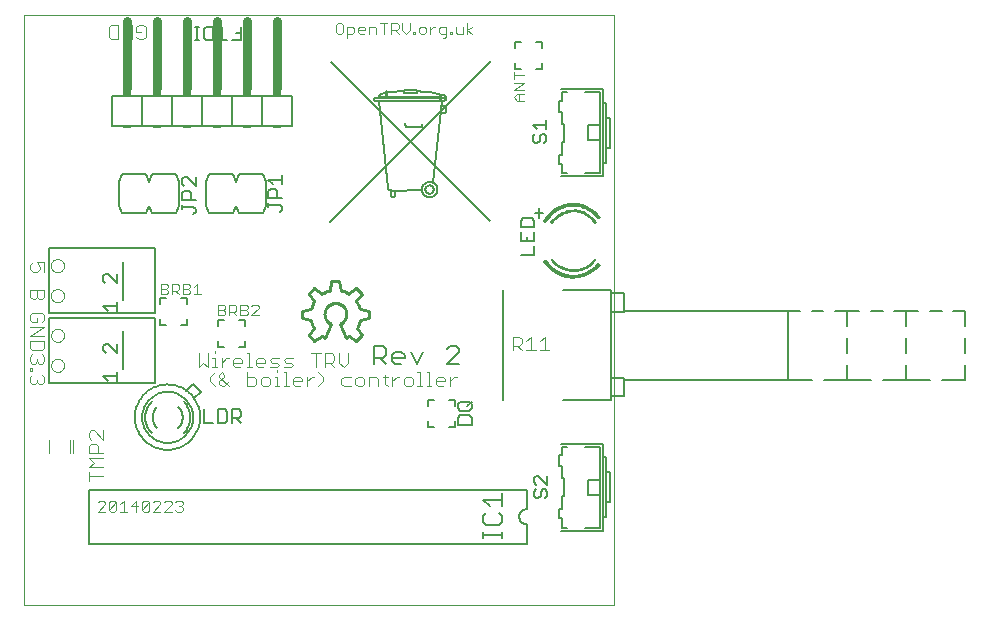
<source format=gto>
G75*
%MOIN*%
%OFA0B0*%
%FSLAX24Y24*%
%IPPOS*%
%LPD*%
%AMOC8*
5,1,8,0,0,1.08239X$1,22.5*
%
%ADD10C,0.0000*%
%ADD11C,0.0040*%
%ADD12C,0.0030*%
%ADD13C,0.0050*%
%ADD14C,0.0060*%
%ADD15C,0.0079*%
%ADD16C,0.0070*%
%ADD17C,0.0100*%
%ADD18C,0.0006*%
%ADD19C,0.0010*%
%ADD20C,0.0080*%
%ADD21C,0.0300*%
%ADD22R,0.0300X0.0200*%
%ADD23R,0.0300X0.0100*%
D10*
X000350Y000350D02*
X000350Y020035D01*
X020035Y020035D01*
X020035Y000350D01*
X000350Y000350D01*
X001267Y008344D02*
X001269Y008373D01*
X001275Y008401D01*
X001284Y008429D01*
X001297Y008455D01*
X001314Y008478D01*
X001333Y008500D01*
X001355Y008519D01*
X001380Y008534D01*
X001406Y008547D01*
X001434Y008555D01*
X001462Y008560D01*
X001491Y008561D01*
X001520Y008558D01*
X001548Y008551D01*
X001575Y008541D01*
X001601Y008527D01*
X001624Y008510D01*
X001645Y008490D01*
X001663Y008467D01*
X001678Y008442D01*
X001689Y008415D01*
X001697Y008387D01*
X001701Y008358D01*
X001701Y008330D01*
X001697Y008301D01*
X001689Y008273D01*
X001678Y008246D01*
X001663Y008221D01*
X001645Y008198D01*
X001624Y008178D01*
X001601Y008161D01*
X001575Y008147D01*
X001548Y008137D01*
X001520Y008130D01*
X001491Y008127D01*
X001462Y008128D01*
X001434Y008133D01*
X001406Y008141D01*
X001380Y008154D01*
X001355Y008169D01*
X001333Y008188D01*
X001314Y008210D01*
X001297Y008233D01*
X001284Y008259D01*
X001275Y008287D01*
X001269Y008315D01*
X001267Y008344D01*
X001267Y009344D02*
X001269Y009373D01*
X001275Y009401D01*
X001284Y009429D01*
X001297Y009455D01*
X001314Y009478D01*
X001333Y009500D01*
X001355Y009519D01*
X001380Y009534D01*
X001406Y009547D01*
X001434Y009555D01*
X001462Y009560D01*
X001491Y009561D01*
X001520Y009558D01*
X001548Y009551D01*
X001575Y009541D01*
X001601Y009527D01*
X001624Y009510D01*
X001645Y009490D01*
X001663Y009467D01*
X001678Y009442D01*
X001689Y009415D01*
X001697Y009387D01*
X001701Y009358D01*
X001701Y009330D01*
X001697Y009301D01*
X001689Y009273D01*
X001678Y009246D01*
X001663Y009221D01*
X001645Y009198D01*
X001624Y009178D01*
X001601Y009161D01*
X001575Y009147D01*
X001548Y009137D01*
X001520Y009130D01*
X001491Y009127D01*
X001462Y009128D01*
X001434Y009133D01*
X001406Y009141D01*
X001380Y009154D01*
X001355Y009169D01*
X001333Y009188D01*
X001314Y009210D01*
X001297Y009233D01*
X001284Y009259D01*
X001275Y009287D01*
X001269Y009315D01*
X001267Y009344D01*
X001259Y010670D02*
X001261Y010699D01*
X001267Y010727D01*
X001276Y010755D01*
X001289Y010781D01*
X001306Y010804D01*
X001325Y010826D01*
X001347Y010845D01*
X001372Y010860D01*
X001398Y010873D01*
X001426Y010881D01*
X001454Y010886D01*
X001483Y010887D01*
X001512Y010884D01*
X001540Y010877D01*
X001567Y010867D01*
X001593Y010853D01*
X001616Y010836D01*
X001637Y010816D01*
X001655Y010793D01*
X001670Y010768D01*
X001681Y010741D01*
X001689Y010713D01*
X001693Y010684D01*
X001693Y010656D01*
X001689Y010627D01*
X001681Y010599D01*
X001670Y010572D01*
X001655Y010547D01*
X001637Y010524D01*
X001616Y010504D01*
X001593Y010487D01*
X001567Y010473D01*
X001540Y010463D01*
X001512Y010456D01*
X001483Y010453D01*
X001454Y010454D01*
X001426Y010459D01*
X001398Y010467D01*
X001372Y010480D01*
X001347Y010495D01*
X001325Y010514D01*
X001306Y010536D01*
X001289Y010559D01*
X001276Y010585D01*
X001267Y010613D01*
X001261Y010641D01*
X001259Y010670D01*
X001259Y011670D02*
X001261Y011699D01*
X001267Y011727D01*
X001276Y011755D01*
X001289Y011781D01*
X001306Y011804D01*
X001325Y011826D01*
X001347Y011845D01*
X001372Y011860D01*
X001398Y011873D01*
X001426Y011881D01*
X001454Y011886D01*
X001483Y011887D01*
X001512Y011884D01*
X001540Y011877D01*
X001567Y011867D01*
X001593Y011853D01*
X001616Y011836D01*
X001637Y011816D01*
X001655Y011793D01*
X001670Y011768D01*
X001681Y011741D01*
X001689Y011713D01*
X001693Y011684D01*
X001693Y011656D01*
X001689Y011627D01*
X001681Y011599D01*
X001670Y011572D01*
X001655Y011547D01*
X001637Y011524D01*
X001616Y011504D01*
X001593Y011487D01*
X001567Y011473D01*
X001540Y011463D01*
X001512Y011456D01*
X001483Y011453D01*
X001454Y011454D01*
X001426Y011459D01*
X001398Y011467D01*
X001372Y011480D01*
X001347Y011495D01*
X001325Y011514D01*
X001306Y011536D01*
X001289Y011559D01*
X001276Y011585D01*
X001267Y011613D01*
X001261Y011641D01*
X001259Y011670D01*
D11*
X001039Y011778D02*
X001039Y011471D01*
X000885Y011548D02*
X000809Y011471D01*
X000655Y011471D01*
X000579Y011548D01*
X000579Y011702D01*
X000655Y011778D01*
X000809Y011778D02*
X000885Y011625D01*
X000885Y011548D01*
X000809Y011778D02*
X001039Y011778D01*
X001033Y010853D02*
X000572Y010853D01*
X000572Y010623D01*
X000649Y010546D01*
X000726Y010546D01*
X000803Y010623D01*
X000803Y010853D01*
X001033Y010853D02*
X001033Y010623D01*
X000956Y010546D01*
X000879Y010546D01*
X000803Y010623D01*
X000952Y010090D02*
X000645Y010090D01*
X000568Y010013D01*
X000568Y009860D01*
X000645Y009783D01*
X000798Y009783D01*
X000798Y009937D01*
X000952Y010090D02*
X001029Y010013D01*
X001029Y009860D01*
X000952Y009783D01*
X001029Y009630D02*
X000568Y009323D01*
X001029Y009323D01*
X001029Y009169D02*
X000568Y009169D01*
X000568Y008939D01*
X000645Y008862D01*
X000952Y008862D01*
X001029Y008939D01*
X001029Y009169D01*
X000948Y008711D02*
X001025Y008634D01*
X001025Y008480D01*
X000948Y008404D01*
X000872Y008404D01*
X000795Y008480D01*
X000718Y008404D01*
X000641Y008404D01*
X000565Y008480D01*
X000565Y008634D01*
X000641Y008711D01*
X000795Y008557D02*
X000795Y008480D01*
X000641Y008250D02*
X000641Y008173D01*
X000565Y008173D01*
X000565Y008250D01*
X000641Y008250D01*
X000641Y008020D02*
X000565Y007943D01*
X000565Y007790D01*
X000641Y007713D01*
X000718Y007713D01*
X000795Y007790D01*
X000795Y007867D01*
X000795Y007790D02*
X000872Y007713D01*
X000948Y007713D01*
X001025Y007790D01*
X001025Y007943D01*
X000948Y008020D01*
X001029Y009630D02*
X000568Y009630D01*
X004920Y010713D02*
X005100Y010713D01*
X005160Y010773D01*
X005160Y010833D01*
X005100Y010893D01*
X004920Y010893D01*
X004920Y010713D02*
X004920Y011074D01*
X005100Y011074D01*
X005160Y011013D01*
X005160Y010953D01*
X005100Y010893D01*
X005288Y010833D02*
X005468Y010833D01*
X005528Y010893D01*
X005528Y011013D01*
X005468Y011074D01*
X005288Y011074D01*
X005288Y010713D01*
X005408Y010833D02*
X005528Y010713D01*
X005656Y010713D02*
X005836Y010713D01*
X005897Y010773D01*
X005897Y010833D01*
X005836Y010893D01*
X005656Y010893D01*
X005656Y010713D02*
X005656Y011074D01*
X005836Y011074D01*
X005897Y011013D01*
X005897Y010953D01*
X005836Y010893D01*
X006025Y010953D02*
X006145Y011074D01*
X006145Y010713D01*
X006025Y010713D02*
X006265Y010713D01*
X006838Y010371D02*
X007018Y010371D01*
X007078Y010311D01*
X007078Y010251D01*
X007018Y010191D01*
X006838Y010191D01*
X006838Y010011D02*
X007018Y010011D01*
X007078Y010071D01*
X007078Y010131D01*
X007018Y010191D01*
X007206Y010131D02*
X007387Y010131D01*
X007447Y010191D01*
X007447Y010311D01*
X007387Y010371D01*
X007206Y010371D01*
X007206Y010011D01*
X007326Y010131D02*
X007447Y010011D01*
X007575Y010011D02*
X007575Y010371D01*
X007755Y010371D01*
X007815Y010311D01*
X007815Y010251D01*
X007755Y010191D01*
X007575Y010191D01*
X007755Y010191D02*
X007815Y010131D01*
X007815Y010071D01*
X007755Y010011D01*
X007575Y010011D01*
X007943Y010011D02*
X008183Y010251D01*
X008183Y010311D01*
X008123Y010371D01*
X008003Y010371D01*
X007943Y010311D01*
X007943Y010011D02*
X008183Y010011D01*
X006838Y010011D02*
X006838Y010371D01*
X006721Y008821D02*
X006721Y008744D01*
X006721Y008591D02*
X006721Y008284D01*
X006644Y008284D02*
X006798Y008284D01*
X006951Y008284D02*
X006951Y008591D01*
X007105Y008591D02*
X007181Y008591D01*
X007105Y008591D02*
X006951Y008437D01*
X006721Y008591D02*
X006644Y008591D01*
X006491Y008744D02*
X006491Y008284D01*
X006337Y008437D01*
X006184Y008284D01*
X006184Y008744D01*
X006726Y008115D02*
X006573Y007961D01*
X006573Y007808D01*
X006726Y007654D01*
X006880Y007731D02*
X006880Y007808D01*
X007033Y007961D01*
X007033Y008038D01*
X006956Y008115D01*
X006880Y008038D01*
X006880Y007961D01*
X007186Y007654D01*
X007033Y007654D02*
X007186Y007808D01*
X007033Y007654D02*
X006956Y007654D01*
X006880Y007731D01*
X007800Y007654D02*
X007800Y008115D01*
X007800Y007961D02*
X008031Y007961D01*
X008107Y007885D01*
X008107Y007731D01*
X008031Y007654D01*
X007800Y007654D01*
X008261Y007731D02*
X008261Y007885D01*
X008337Y007961D01*
X008491Y007961D01*
X008568Y007885D01*
X008568Y007731D01*
X008491Y007654D01*
X008337Y007654D01*
X008261Y007731D01*
X008721Y007654D02*
X008875Y007654D01*
X008798Y007654D02*
X008798Y007961D01*
X008721Y007961D01*
X008798Y008115D02*
X008798Y008192D01*
X008793Y008284D02*
X008869Y008361D01*
X008793Y008437D01*
X008639Y008437D01*
X008562Y008514D01*
X008639Y008591D01*
X008869Y008591D01*
X009023Y008514D02*
X009100Y008591D01*
X009330Y008591D01*
X009253Y008437D02*
X009100Y008437D01*
X009023Y008514D01*
X009023Y008284D02*
X009253Y008284D01*
X009330Y008361D01*
X009253Y008437D01*
X008793Y008284D02*
X008562Y008284D01*
X008409Y008437D02*
X008102Y008437D01*
X008102Y008361D02*
X008102Y008514D01*
X008179Y008591D01*
X008332Y008591D01*
X008409Y008514D01*
X008409Y008437D01*
X008332Y008284D02*
X008179Y008284D01*
X008102Y008361D01*
X007949Y008284D02*
X007795Y008284D01*
X007872Y008284D02*
X007872Y008744D01*
X007795Y008744D01*
X007565Y008591D02*
X007642Y008514D01*
X007642Y008437D01*
X007335Y008437D01*
X007335Y008361D02*
X007335Y008514D01*
X007412Y008591D01*
X007565Y008591D01*
X007565Y008284D02*
X007412Y008284D01*
X007335Y008361D01*
X009028Y008115D02*
X009105Y008115D01*
X009105Y007654D01*
X009028Y007654D02*
X009182Y007654D01*
X009335Y007731D02*
X009335Y007885D01*
X009412Y007961D01*
X009565Y007961D01*
X009642Y007885D01*
X009642Y007808D01*
X009335Y007808D01*
X009335Y007731D02*
X009412Y007654D01*
X009565Y007654D01*
X009795Y007654D02*
X009795Y007961D01*
X009795Y007808D02*
X009949Y007961D01*
X010026Y007961D01*
X010179Y008115D02*
X010333Y007961D01*
X010333Y007808D01*
X010179Y007654D01*
X010946Y007731D02*
X011023Y007654D01*
X011253Y007654D01*
X011407Y007731D02*
X011407Y007885D01*
X011483Y007961D01*
X011637Y007961D01*
X011714Y007885D01*
X011714Y007731D01*
X011637Y007654D01*
X011483Y007654D01*
X011407Y007731D01*
X011023Y007961D02*
X010946Y007885D01*
X010946Y007731D01*
X011023Y007961D02*
X011253Y007961D01*
X011018Y008284D02*
X011171Y008437D01*
X011171Y008744D01*
X010864Y008744D02*
X010864Y008437D01*
X011018Y008284D01*
X010711Y008284D02*
X010558Y008437D01*
X010634Y008437D02*
X010404Y008437D01*
X010404Y008284D02*
X010404Y008744D01*
X010634Y008744D01*
X010711Y008668D01*
X010711Y008514D01*
X010634Y008437D01*
X010251Y008744D02*
X009944Y008744D01*
X010097Y008744D02*
X010097Y008284D01*
X011867Y007961D02*
X011867Y007654D01*
X012174Y007654D02*
X012174Y007885D01*
X012097Y007961D01*
X011867Y007961D01*
X012328Y007961D02*
X012481Y007961D01*
X012404Y008038D02*
X012404Y007731D01*
X012481Y007654D01*
X012634Y007654D02*
X012634Y007961D01*
X012634Y007808D02*
X012788Y007961D01*
X012865Y007961D01*
X013018Y007885D02*
X013095Y007961D01*
X013248Y007961D01*
X013325Y007885D01*
X013325Y007731D01*
X013248Y007654D01*
X013095Y007654D01*
X013018Y007731D01*
X013018Y007885D01*
X013479Y008115D02*
X013555Y008115D01*
X013555Y007654D01*
X013479Y007654D02*
X013632Y007654D01*
X013785Y007654D02*
X013939Y007654D01*
X013862Y007654D02*
X013862Y008115D01*
X013785Y008115D01*
X014092Y007885D02*
X014169Y007961D01*
X014323Y007961D01*
X014399Y007885D01*
X014399Y007808D01*
X014092Y007808D01*
X014092Y007731D02*
X014092Y007885D01*
X014092Y007731D02*
X014169Y007654D01*
X014323Y007654D01*
X014553Y007654D02*
X014553Y007961D01*
X014553Y007808D02*
X014706Y007961D01*
X014783Y007961D01*
X016648Y008844D02*
X016648Y009305D01*
X016878Y009305D01*
X016955Y009228D01*
X016955Y009075D01*
X016878Y008998D01*
X016648Y008998D01*
X016801Y008998D02*
X016955Y008844D01*
X017108Y008844D02*
X017415Y008844D01*
X017262Y008844D02*
X017262Y009305D01*
X017108Y009151D01*
X017569Y009151D02*
X017722Y009305D01*
X017722Y008844D01*
X017569Y008844D02*
X017876Y008844D01*
X002990Y006180D02*
X002990Y005873D01*
X002683Y006180D01*
X002606Y006180D01*
X002529Y006103D01*
X002529Y005950D01*
X002606Y005873D01*
X002606Y005719D02*
X002759Y005719D01*
X002836Y005643D01*
X002836Y005412D01*
X002990Y005412D02*
X002529Y005412D01*
X002529Y005643D01*
X002606Y005719D01*
X001988Y005844D02*
X001988Y005411D01*
X001888Y005411D02*
X001888Y005844D01*
X001188Y005844D02*
X001188Y005411D01*
X002529Y005259D02*
X002990Y005259D01*
X002990Y004952D02*
X002529Y004952D01*
X002683Y005106D01*
X002529Y005259D01*
X002529Y004799D02*
X002529Y004492D01*
X002529Y004645D02*
X002990Y004645D01*
X016689Y017285D02*
X016807Y017403D01*
X017043Y017403D01*
X017043Y017529D02*
X016689Y017529D01*
X017043Y017765D01*
X016689Y017765D01*
X016689Y017892D02*
X016689Y018128D01*
X016689Y018010D02*
X017043Y018010D01*
X016866Y017403D02*
X016866Y017167D01*
X016807Y017167D02*
X016689Y017285D01*
X016807Y017167D02*
X017043Y017167D01*
X004418Y019303D02*
X004418Y019610D01*
X004341Y019686D01*
X004187Y019686D01*
X004111Y019610D01*
X004111Y019456D01*
X004264Y019456D01*
X004111Y019303D02*
X004187Y019226D01*
X004341Y019226D01*
X004418Y019303D01*
X003957Y019226D02*
X003650Y019686D01*
X003650Y019226D01*
X003497Y019226D02*
X003267Y019226D01*
X003190Y019303D01*
X003190Y019610D01*
X003267Y019686D01*
X003497Y019686D01*
X003497Y019226D01*
X003957Y019226D02*
X003957Y019686D01*
D12*
X010759Y019701D02*
X010759Y019454D01*
X010821Y019393D01*
X010944Y019393D01*
X011006Y019454D01*
X011006Y019701D01*
X010944Y019763D01*
X010821Y019763D01*
X010759Y019701D01*
X011127Y019640D02*
X011313Y019640D01*
X011374Y019578D01*
X011374Y019454D01*
X011313Y019393D01*
X011127Y019393D01*
X011127Y019269D02*
X011127Y019640D01*
X011496Y019578D02*
X011557Y019640D01*
X011681Y019640D01*
X011743Y019578D01*
X011743Y019516D01*
X011496Y019516D01*
X011496Y019454D02*
X011496Y019578D01*
X011496Y019454D02*
X011557Y019393D01*
X011681Y019393D01*
X011864Y019393D02*
X011864Y019640D01*
X012049Y019640D01*
X012111Y019578D01*
X012111Y019393D01*
X012356Y019393D02*
X012356Y019763D01*
X012479Y019763D02*
X012232Y019763D01*
X012601Y019763D02*
X012601Y019393D01*
X012601Y019516D02*
X012786Y019516D01*
X012848Y019578D01*
X012848Y019701D01*
X012786Y019763D01*
X012601Y019763D01*
X012724Y019516D02*
X012848Y019393D01*
X012969Y019516D02*
X013092Y019393D01*
X013216Y019516D01*
X013216Y019763D01*
X012969Y019763D02*
X012969Y019516D01*
X013337Y019454D02*
X013399Y019454D01*
X013399Y019393D01*
X013337Y019393D01*
X013337Y019454D01*
X013522Y019454D02*
X013583Y019393D01*
X013707Y019393D01*
X013768Y019454D01*
X013768Y019578D01*
X013707Y019640D01*
X013583Y019640D01*
X013522Y019578D01*
X013522Y019454D01*
X013890Y019393D02*
X013890Y019640D01*
X014013Y019640D02*
X013890Y019516D01*
X014013Y019640D02*
X014075Y019640D01*
X014197Y019578D02*
X014258Y019640D01*
X014444Y019640D01*
X014444Y019331D01*
X014382Y019269D01*
X014320Y019269D01*
X014258Y019393D02*
X014444Y019393D01*
X014565Y019393D02*
X014627Y019393D01*
X014627Y019454D01*
X014565Y019454D01*
X014565Y019393D01*
X014749Y019454D02*
X014749Y019640D01*
X014749Y019454D02*
X014811Y019393D01*
X014996Y019393D01*
X014996Y019640D01*
X015118Y019763D02*
X015118Y019393D01*
X015118Y019516D02*
X015303Y019640D01*
X015118Y019516D02*
X015303Y019393D01*
X014258Y019393D02*
X014197Y019454D01*
X014197Y019578D01*
X005588Y003837D02*
X005649Y003775D01*
X005649Y003713D01*
X005588Y003652D01*
X005649Y003590D01*
X005649Y003528D01*
X005588Y003466D01*
X005464Y003466D01*
X005403Y003528D01*
X005281Y003466D02*
X005034Y003466D01*
X005281Y003713D01*
X005281Y003775D01*
X005219Y003837D01*
X005096Y003837D01*
X005034Y003775D01*
X004913Y003775D02*
X004851Y003837D01*
X004728Y003837D01*
X004666Y003775D01*
X004545Y003775D02*
X004298Y003528D01*
X004359Y003466D01*
X004483Y003466D01*
X004545Y003528D01*
X004545Y003775D01*
X004483Y003837D01*
X004359Y003837D01*
X004298Y003775D01*
X004298Y003528D01*
X004176Y003652D02*
X003929Y003652D01*
X004114Y003837D01*
X004114Y003466D01*
X003808Y003466D02*
X003561Y003466D01*
X003684Y003466D02*
X003684Y003837D01*
X003561Y003713D01*
X003440Y003775D02*
X003193Y003528D01*
X003254Y003466D01*
X003378Y003466D01*
X003440Y003528D01*
X003440Y003775D01*
X003378Y003837D01*
X003254Y003837D01*
X003193Y003775D01*
X003193Y003528D01*
X003071Y003466D02*
X002824Y003466D01*
X003071Y003713D01*
X003071Y003775D01*
X003010Y003837D01*
X002886Y003837D01*
X002824Y003775D01*
X004666Y003466D02*
X004913Y003713D01*
X004913Y003775D01*
X005403Y003775D02*
X005464Y003837D01*
X005588Y003837D01*
X005588Y003652D02*
X005526Y003652D01*
X004913Y003466D02*
X004666Y003466D01*
D13*
X006370Y006428D02*
X006670Y006428D01*
X006830Y006428D02*
X007055Y006428D01*
X007130Y006503D01*
X007130Y006803D01*
X007055Y006878D01*
X006830Y006878D01*
X006830Y006428D01*
X007291Y006428D02*
X007291Y006878D01*
X007516Y006878D01*
X007591Y006803D01*
X007591Y006653D01*
X007516Y006578D01*
X007291Y006578D01*
X007441Y006578D02*
X007591Y006428D01*
X006370Y006428D02*
X006370Y006878D01*
X003459Y007835D02*
X003459Y008135D01*
X003459Y007985D02*
X003009Y007985D01*
X003159Y007835D01*
X003084Y008769D02*
X003009Y008844D01*
X003009Y008994D01*
X003084Y009069D01*
X003159Y009069D01*
X003459Y008769D01*
X003459Y009069D01*
X003451Y010161D02*
X003451Y010461D01*
X003451Y010311D02*
X003001Y010311D01*
X003151Y010161D01*
X003076Y011095D02*
X003001Y011170D01*
X003001Y011321D01*
X003076Y011396D01*
X003151Y011396D01*
X003451Y011095D01*
X003451Y011396D01*
X006013Y013398D02*
X006088Y013473D01*
X006088Y013548D01*
X006013Y013623D01*
X005637Y013623D01*
X005637Y013548D02*
X005637Y013698D01*
X005637Y013859D02*
X005637Y014084D01*
X005712Y014159D01*
X005863Y014159D01*
X005938Y014084D01*
X005938Y013859D01*
X006088Y013859D02*
X005637Y013859D01*
X005712Y014319D02*
X005637Y014394D01*
X005637Y014544D01*
X005712Y014619D01*
X005788Y014619D01*
X006088Y014319D01*
X006088Y014619D01*
X008508Y014532D02*
X008658Y014382D01*
X008583Y014222D02*
X008733Y014222D01*
X008808Y014147D01*
X008808Y013922D01*
X008958Y013922D02*
X008508Y013922D01*
X008508Y014147D01*
X008583Y014222D01*
X008958Y014382D02*
X008958Y014682D01*
X008958Y014532D02*
X008508Y014532D01*
X008508Y013762D02*
X008508Y013612D01*
X008508Y013687D02*
X008883Y013687D01*
X008958Y013612D01*
X008958Y013536D01*
X008883Y013461D01*
X016918Y013169D02*
X016918Y012944D01*
X017369Y012944D01*
X017369Y013169D01*
X017294Y013245D01*
X016993Y013245D01*
X016918Y013169D01*
X016918Y012784D02*
X016918Y012484D01*
X017369Y012484D01*
X017369Y012784D01*
X017143Y012634D02*
X017143Y012484D01*
X017369Y012324D02*
X017369Y012024D01*
X016918Y012024D01*
X017527Y013272D02*
X017527Y013582D01*
X017387Y013432D02*
X017677Y013432D01*
X017699Y015764D02*
X017775Y015839D01*
X017775Y015989D01*
X017699Y016064D01*
X017624Y016064D01*
X017549Y015989D01*
X017549Y015839D01*
X017474Y015764D01*
X017399Y015764D01*
X017324Y015839D01*
X017324Y015989D01*
X017399Y016064D01*
X017474Y016224D02*
X017324Y016374D01*
X017775Y016374D01*
X017775Y016224D02*
X017775Y016524D01*
X007589Y019188D02*
X007289Y019188D01*
X007129Y019188D02*
X006829Y019188D01*
X006979Y019188D02*
X006979Y019638D01*
X006669Y019638D02*
X006443Y019638D01*
X006368Y019563D01*
X006368Y019263D01*
X006443Y019188D01*
X006669Y019188D01*
X006669Y019638D01*
X006208Y019638D02*
X006058Y019638D01*
X006133Y019638D02*
X006133Y019188D01*
X006208Y019188D02*
X006058Y019188D01*
X007439Y019413D02*
X007589Y019413D01*
X007589Y019638D02*
X007589Y019188D01*
X012034Y009001D02*
X012340Y009001D01*
X012441Y008899D01*
X012441Y008695D01*
X012340Y008594D01*
X012034Y008594D01*
X012238Y008594D02*
X012441Y008390D01*
X012642Y008492D02*
X012642Y008695D01*
X012744Y008797D01*
X012947Y008797D01*
X013049Y008695D01*
X013049Y008594D01*
X012642Y008594D01*
X012642Y008492D02*
X012744Y008390D01*
X012947Y008390D01*
X013453Y008390D02*
X013657Y008797D01*
X013250Y008797D02*
X013453Y008390D01*
X014465Y008390D02*
X014872Y008797D01*
X014872Y008899D01*
X014770Y009001D01*
X014567Y009001D01*
X014465Y008899D01*
X014465Y008390D02*
X014872Y008390D01*
X014910Y007135D02*
X015210Y007135D01*
X015286Y007060D01*
X015286Y006910D01*
X015210Y006835D01*
X014910Y006835D01*
X014835Y006910D01*
X014835Y007060D01*
X014910Y007135D01*
X015135Y006985D02*
X015286Y007135D01*
X015210Y006675D02*
X014910Y006675D01*
X014835Y006600D01*
X014835Y006374D01*
X015286Y006374D01*
X015286Y006600D01*
X015210Y006675D01*
X012034Y008390D02*
X012034Y009001D01*
X017362Y004596D02*
X017362Y004445D01*
X017437Y004370D01*
X017437Y004210D02*
X017362Y004135D01*
X017362Y003985D01*
X017437Y003910D01*
X017512Y003910D01*
X017587Y003985D01*
X017587Y004135D01*
X017662Y004210D01*
X017737Y004210D01*
X017812Y004135D01*
X017812Y003985D01*
X017737Y003910D01*
X017812Y004370D02*
X017512Y004671D01*
X017437Y004671D01*
X017362Y004596D01*
X017812Y004671D02*
X017812Y004370D01*
D14*
X018289Y004595D02*
X018289Y004995D01*
X018189Y004995D01*
X018189Y005345D01*
X018289Y005345D01*
X018292Y005635D01*
X018463Y005637D01*
X018263Y005737D02*
X019663Y005737D01*
X019663Y005287D01*
X019663Y002837D01*
X018263Y002837D01*
X018287Y002935D02*
X018463Y002937D01*
X018287Y002935D02*
X018289Y003245D01*
X018189Y003245D01*
X018189Y003545D01*
X018289Y003545D01*
X018289Y003995D01*
X018366Y003996D01*
X018366Y004596D01*
X018289Y004595D01*
X019163Y004537D02*
X019563Y004537D01*
X019563Y005637D01*
X019063Y005637D01*
X019663Y005287D02*
X019763Y005287D01*
X019763Y004787D01*
X019913Y004787D01*
X019913Y003787D01*
X019763Y003787D01*
X019763Y004787D01*
X019563Y004537D02*
X019563Y004037D01*
X019163Y004037D01*
X019163Y004537D01*
X019563Y004037D02*
X019563Y002937D01*
X019063Y002937D01*
X019663Y003287D02*
X019763Y003287D01*
X019763Y003787D01*
X017117Y003555D02*
X017117Y004205D01*
X002517Y004205D01*
X002517Y002405D01*
X017117Y002405D01*
X017117Y003055D01*
X017087Y003057D01*
X017057Y003062D01*
X017028Y003071D01*
X017001Y003084D01*
X016975Y003099D01*
X016951Y003118D01*
X016930Y003139D01*
X016911Y003163D01*
X016896Y003189D01*
X016883Y003216D01*
X016874Y003245D01*
X016869Y003275D01*
X016867Y003305D01*
X016869Y003335D01*
X016874Y003365D01*
X016883Y003394D01*
X016896Y003421D01*
X016911Y003447D01*
X016930Y003471D01*
X016951Y003492D01*
X016975Y003511D01*
X017001Y003526D01*
X017028Y003539D01*
X017057Y003548D01*
X017087Y003553D01*
X017117Y003555D01*
X014727Y006279D02*
X014527Y006279D01*
X014727Y006279D02*
X014727Y006479D01*
X014027Y006279D02*
X013827Y006279D01*
X013827Y006479D01*
X013827Y006979D02*
X013827Y007179D01*
X014027Y007179D01*
X014527Y007179D02*
X014727Y007179D01*
X014727Y006979D01*
X007730Y008972D02*
X007730Y009172D01*
X007730Y008972D02*
X007530Y008972D01*
X007030Y008972D02*
X006830Y008972D01*
X006830Y009172D01*
X006830Y009672D02*
X006830Y009872D01*
X007030Y009872D01*
X007530Y009872D02*
X007730Y009872D01*
X007730Y009672D01*
X005800Y009693D02*
X005600Y009693D01*
X005800Y009693D02*
X005800Y009893D01*
X005800Y010393D02*
X005800Y010593D01*
X005600Y010593D01*
X005100Y010593D02*
X004900Y010593D01*
X004900Y010393D01*
X004726Y010080D02*
X001186Y010080D01*
X001186Y012261D01*
X004726Y012261D01*
X004726Y010080D01*
X004734Y009934D02*
X001194Y009934D01*
X001194Y007753D01*
X004734Y007753D01*
X004734Y009934D01*
X004900Y009893D02*
X004900Y009693D01*
X005100Y009693D01*
X003666Y009480D02*
X003666Y008210D01*
X005775Y007502D02*
X006009Y007735D01*
X006270Y007474D01*
X006044Y007247D01*
X004303Y006611D02*
X004305Y006669D01*
X004311Y006727D01*
X004321Y006784D01*
X004335Y006840D01*
X004352Y006896D01*
X004373Y006950D01*
X004398Y007002D01*
X004427Y007053D01*
X004459Y007101D01*
X004494Y007147D01*
X004532Y007191D01*
X004573Y007232D01*
X004617Y007270D01*
X004663Y007305D01*
X004711Y007337D01*
X004762Y007366D01*
X004814Y007391D01*
X004868Y007412D01*
X004924Y007429D01*
X004980Y007443D01*
X005037Y007453D01*
X005095Y007459D01*
X005153Y007461D01*
X005211Y007459D01*
X005269Y007453D01*
X005326Y007443D01*
X005382Y007429D01*
X005438Y007412D01*
X005492Y007391D01*
X005544Y007366D01*
X005595Y007337D01*
X005643Y007305D01*
X005689Y007270D01*
X005733Y007232D01*
X005774Y007191D01*
X005812Y007147D01*
X005847Y007101D01*
X005879Y007053D01*
X005908Y007002D01*
X005933Y006950D01*
X005954Y006896D01*
X005971Y006840D01*
X005985Y006784D01*
X005995Y006727D01*
X006001Y006669D01*
X006003Y006611D01*
X006001Y006553D01*
X005995Y006495D01*
X005985Y006438D01*
X005971Y006382D01*
X005954Y006326D01*
X005933Y006272D01*
X005908Y006220D01*
X005879Y006169D01*
X005847Y006121D01*
X005812Y006075D01*
X005774Y006031D01*
X005733Y005990D01*
X005689Y005952D01*
X005643Y005917D01*
X005595Y005885D01*
X005544Y005856D01*
X005492Y005831D01*
X005438Y005810D01*
X005382Y005793D01*
X005326Y005779D01*
X005269Y005769D01*
X005211Y005763D01*
X005153Y005761D01*
X005095Y005763D01*
X005037Y005769D01*
X004980Y005779D01*
X004924Y005793D01*
X004868Y005810D01*
X004814Y005831D01*
X004762Y005856D01*
X004711Y005885D01*
X004663Y005917D01*
X004617Y005952D01*
X004573Y005990D01*
X004532Y006031D01*
X004494Y006075D01*
X004459Y006121D01*
X004427Y006169D01*
X004398Y006220D01*
X004373Y006272D01*
X004352Y006326D01*
X004335Y006382D01*
X004321Y006438D01*
X004311Y006495D01*
X004305Y006553D01*
X004303Y006611D01*
X004056Y006618D02*
X004058Y006684D01*
X004064Y006749D01*
X004074Y006814D01*
X004088Y006879D01*
X004105Y006942D01*
X004127Y007005D01*
X004152Y007065D01*
X004181Y007125D01*
X004213Y007182D01*
X004249Y007237D01*
X004288Y007290D01*
X004330Y007341D01*
X004375Y007389D01*
X004423Y007434D01*
X004474Y007476D01*
X004527Y007515D01*
X004582Y007551D01*
X004639Y007583D01*
X004699Y007612D01*
X004759Y007637D01*
X004822Y007659D01*
X004885Y007676D01*
X004950Y007690D01*
X005015Y007700D01*
X005080Y007706D01*
X005146Y007708D01*
X005212Y007706D01*
X005277Y007700D01*
X005342Y007690D01*
X005407Y007676D01*
X005470Y007659D01*
X005533Y007637D01*
X005593Y007612D01*
X005653Y007583D01*
X005710Y007551D01*
X005765Y007515D01*
X005818Y007476D01*
X005869Y007434D01*
X005917Y007389D01*
X005962Y007341D01*
X006004Y007290D01*
X006043Y007237D01*
X006079Y007182D01*
X006111Y007125D01*
X006140Y007065D01*
X006165Y007005D01*
X006187Y006942D01*
X006204Y006879D01*
X006218Y006814D01*
X006228Y006749D01*
X006234Y006684D01*
X006236Y006618D01*
X006234Y006552D01*
X006228Y006487D01*
X006218Y006422D01*
X006204Y006357D01*
X006187Y006294D01*
X006165Y006231D01*
X006140Y006171D01*
X006111Y006111D01*
X006079Y006054D01*
X006043Y005999D01*
X006004Y005946D01*
X005962Y005895D01*
X005917Y005847D01*
X005869Y005802D01*
X005818Y005760D01*
X005765Y005721D01*
X005710Y005685D01*
X005653Y005653D01*
X005593Y005624D01*
X005533Y005599D01*
X005470Y005577D01*
X005407Y005560D01*
X005342Y005546D01*
X005277Y005536D01*
X005212Y005530D01*
X005146Y005528D01*
X005080Y005530D01*
X005015Y005536D01*
X004950Y005546D01*
X004885Y005560D01*
X004822Y005577D01*
X004759Y005599D01*
X004699Y005624D01*
X004639Y005653D01*
X004582Y005685D01*
X004527Y005721D01*
X004474Y005760D01*
X004423Y005802D01*
X004375Y005847D01*
X004330Y005895D01*
X004288Y005946D01*
X004249Y005999D01*
X004213Y006054D01*
X004181Y006111D01*
X004152Y006171D01*
X004127Y006231D01*
X004105Y006294D01*
X004088Y006357D01*
X004074Y006422D01*
X004064Y006487D01*
X004058Y006552D01*
X004056Y006618D01*
X004623Y007141D02*
X004586Y007102D01*
X004553Y007060D01*
X004522Y007016D01*
X004495Y006970D01*
X004471Y006923D01*
X004450Y006873D01*
X004433Y006822D01*
X004420Y006770D01*
X004411Y006718D01*
X004405Y006665D01*
X004403Y006611D01*
X004405Y006557D01*
X004411Y006504D01*
X004420Y006452D01*
X004433Y006400D01*
X004450Y006349D01*
X004471Y006299D01*
X004495Y006252D01*
X004522Y006206D01*
X004553Y006162D01*
X004586Y006120D01*
X004623Y006081D01*
X004799Y006257D02*
X004770Y006290D01*
X004743Y006324D01*
X004720Y006361D01*
X004700Y006400D01*
X004683Y006440D01*
X004670Y006482D01*
X004661Y006524D01*
X004655Y006567D01*
X004653Y006611D01*
X004655Y006655D01*
X004661Y006698D01*
X004670Y006740D01*
X004683Y006782D01*
X004700Y006822D01*
X004720Y006861D01*
X004743Y006898D01*
X004770Y006932D01*
X004799Y006965D01*
X005507Y006965D02*
X005536Y006932D01*
X005563Y006898D01*
X005586Y006861D01*
X005606Y006822D01*
X005623Y006782D01*
X005636Y006740D01*
X005645Y006698D01*
X005651Y006655D01*
X005653Y006611D01*
X005651Y006567D01*
X005645Y006524D01*
X005636Y006482D01*
X005623Y006440D01*
X005606Y006400D01*
X005586Y006361D01*
X005563Y006324D01*
X005536Y006290D01*
X005507Y006257D01*
X005683Y006081D02*
X005720Y006120D01*
X005753Y006162D01*
X005784Y006206D01*
X005811Y006252D01*
X005835Y006299D01*
X005856Y006349D01*
X005873Y006400D01*
X005886Y006452D01*
X005895Y006504D01*
X005901Y006557D01*
X005903Y006611D01*
X005901Y006665D01*
X005895Y006718D01*
X005886Y006770D01*
X005873Y006822D01*
X005856Y006873D01*
X005835Y006923D01*
X005811Y006970D01*
X005784Y007016D01*
X005753Y007060D01*
X005720Y007102D01*
X005683Y007141D01*
X003657Y010536D02*
X003657Y011806D01*
X003621Y013420D02*
X004421Y013420D01*
X004521Y013670D01*
X004621Y013420D01*
X005421Y013420D01*
X005521Y013670D01*
X005521Y014470D01*
X005421Y014720D01*
X004621Y014720D01*
X004521Y014470D01*
X004421Y014720D01*
X003621Y014720D01*
X003521Y014470D01*
X003521Y013670D01*
X003621Y013420D01*
X006416Y013663D02*
X006516Y013413D01*
X007316Y013413D01*
X007416Y013663D01*
X007516Y013413D01*
X008316Y013413D01*
X008416Y013663D01*
X008416Y014463D01*
X008316Y014713D01*
X007516Y014713D01*
X007416Y014463D01*
X007316Y014713D01*
X006516Y014713D01*
X006416Y014463D01*
X006416Y013663D01*
X006304Y016339D02*
X005304Y016339D01*
X005304Y017339D01*
X006304Y017339D01*
X007304Y017339D01*
X008304Y017339D01*
X009304Y017339D01*
X009304Y016339D01*
X008304Y016339D01*
X008304Y017339D01*
X007304Y017339D02*
X007304Y016339D01*
X008304Y016339D01*
X007304Y016339D02*
X006304Y016339D01*
X006304Y017339D01*
X005304Y017339D02*
X004304Y017339D01*
X003304Y017339D01*
X003304Y016339D01*
X004304Y016339D01*
X005304Y016339D01*
X004304Y016339D02*
X004304Y017339D01*
X016718Y018216D02*
X016718Y018416D01*
X016718Y018216D02*
X016918Y018216D01*
X017418Y018216D02*
X017618Y018216D01*
X017618Y018416D01*
X017618Y018916D02*
X017618Y019116D01*
X017418Y019116D01*
X016918Y019116D02*
X016718Y019116D01*
X016718Y018916D01*
X018263Y017548D02*
X019663Y017548D01*
X019663Y017098D01*
X019663Y014648D01*
X018263Y014648D01*
X018287Y014746D02*
X018463Y014748D01*
X018287Y014746D02*
X018289Y015056D01*
X018189Y015056D01*
X018189Y015356D01*
X018289Y015356D01*
X018289Y015806D01*
X018366Y015807D01*
X018366Y016407D01*
X018289Y016406D01*
X018289Y016806D01*
X018189Y016806D01*
X018189Y017156D01*
X018289Y017156D01*
X018292Y017446D01*
X018463Y017448D01*
X019063Y017448D02*
X019563Y017448D01*
X019563Y016348D01*
X019163Y016348D01*
X019163Y015848D01*
X019563Y015848D01*
X019563Y016348D01*
X019763Y016598D02*
X019763Y017098D01*
X019663Y017098D01*
X019763Y016598D02*
X019913Y016598D01*
X019913Y015598D01*
X019763Y015598D01*
X019763Y016598D01*
X019563Y015848D02*
X019563Y014748D01*
X019063Y014748D01*
X019663Y015098D02*
X019763Y015098D01*
X019763Y015598D01*
D15*
X015901Y013158D02*
X010586Y018473D01*
X012466Y017469D02*
X012470Y017420D01*
X012470Y017370D01*
X012466Y017321D01*
X012427Y017312D02*
X012417Y017410D01*
X012417Y017470D02*
X012420Y017478D01*
X012425Y017486D01*
X012433Y017490D01*
X012442Y017492D01*
X012451Y017490D01*
X012459Y017486D01*
X012464Y017478D01*
X012467Y017470D01*
X012250Y017390D02*
X012235Y017381D01*
X012223Y017370D01*
X012212Y017357D01*
X012205Y017342D01*
X012200Y017325D01*
X012199Y017308D01*
X012201Y017292D01*
X012210Y017292D02*
X014248Y017292D01*
X014277Y017292D02*
X014279Y017305D01*
X014278Y017318D01*
X014274Y017331D01*
X014267Y017342D01*
X014257Y017351D01*
X014228Y017262D02*
X014230Y017281D01*
X014235Y017300D01*
X014245Y017316D01*
X014257Y017331D01*
X014272Y017343D01*
X014288Y017353D01*
X014307Y017358D01*
X014326Y017360D01*
X014345Y017358D01*
X014364Y017353D01*
X014380Y017343D01*
X014395Y017331D01*
X014407Y017316D01*
X014417Y017300D01*
X014422Y017281D01*
X014424Y017262D01*
X014422Y017243D01*
X014417Y017224D01*
X014407Y017208D01*
X014395Y017193D01*
X014380Y017181D01*
X014364Y017171D01*
X014345Y017166D01*
X014326Y017164D01*
X014307Y017166D01*
X014288Y017171D01*
X014272Y017181D01*
X014257Y017193D01*
X014245Y017208D01*
X014235Y017224D01*
X014230Y017243D01*
X014228Y017262D01*
X014258Y017350D02*
X014239Y017362D01*
X014219Y017372D01*
X014199Y017380D01*
X014346Y017163D02*
X014363Y017165D01*
X014380Y017170D01*
X014395Y017178D01*
X014409Y017189D01*
X014420Y017203D01*
X014428Y017218D01*
X014433Y017235D01*
X014435Y017252D01*
X014435Y017262D01*
X012092Y017262D01*
X012082Y017262D01*
X012072Y017262D01*
X012082Y017262D02*
X012092Y017262D01*
X012072Y017263D02*
X012063Y017262D01*
X012054Y017257D01*
X012048Y017251D01*
X012043Y017242D01*
X012042Y017233D01*
X012043Y017233D02*
X012043Y017213D01*
X012043Y017184D01*
X012045Y017176D01*
X012049Y017170D01*
X012055Y017166D01*
X012063Y017164D01*
X012220Y017164D01*
X013067Y017164D01*
X013874Y017164D01*
X014346Y017164D01*
X014287Y017154D02*
X014011Y014437D01*
X013745Y014211D02*
X013747Y014234D01*
X013753Y014257D01*
X013763Y014278D01*
X013776Y014298D01*
X013792Y014315D01*
X013811Y014329D01*
X013832Y014339D01*
X013854Y014346D01*
X013877Y014349D01*
X013901Y014348D01*
X013923Y014343D01*
X013945Y014334D01*
X013965Y014322D01*
X013983Y014306D01*
X013997Y014288D01*
X014009Y014268D01*
X014017Y014246D01*
X014021Y014223D01*
X014021Y014199D01*
X014017Y014176D01*
X014009Y014154D01*
X013997Y014134D01*
X013983Y014116D01*
X013965Y014100D01*
X013945Y014088D01*
X013923Y014079D01*
X013901Y014074D01*
X013877Y014073D01*
X013854Y014076D01*
X013832Y014083D01*
X013811Y014093D01*
X013792Y014107D01*
X013776Y014124D01*
X013763Y014144D01*
X013753Y014165D01*
X013747Y014188D01*
X013745Y014211D01*
X013618Y014182D02*
X012624Y014172D01*
X012594Y014152D02*
X012594Y014024D01*
X012595Y014011D01*
X012600Y013998D01*
X012607Y013987D01*
X012616Y013978D01*
X012627Y013971D01*
X012640Y013966D01*
X012653Y013965D01*
X012673Y013965D01*
X012686Y013967D01*
X012698Y013972D01*
X012708Y013979D01*
X012715Y013990D01*
X012720Y014001D01*
X012722Y014014D01*
X012722Y014152D01*
X012564Y014181D02*
X012547Y014185D01*
X012532Y014191D01*
X012517Y014201D01*
X012505Y014213D01*
X012495Y014228D01*
X012489Y014243D01*
X012485Y014260D01*
X012486Y014260D02*
X012200Y017154D01*
X012416Y017409D02*
X012415Y017439D01*
X012416Y017469D01*
X012978Y017479D02*
X013027Y017479D01*
X013027Y017508D02*
X013027Y017430D01*
X013480Y017430D01*
X013480Y017508D01*
X013027Y017508D01*
X013490Y017479D02*
X013677Y017469D01*
X014287Y016987D02*
X014300Y016985D01*
X014314Y016985D01*
X014327Y016987D01*
X014326Y016986D02*
X014344Y016988D01*
X014361Y016986D01*
X014378Y016981D01*
X014394Y016973D01*
X014408Y016962D01*
X014419Y016948D01*
X014427Y016932D01*
X014432Y016916D01*
X014434Y016898D01*
X014435Y016898D02*
X014435Y016839D01*
X014434Y016839D02*
X014433Y016822D01*
X014428Y016805D01*
X014421Y016790D01*
X014411Y016776D01*
X014399Y016764D01*
X014385Y016754D01*
X014370Y016747D01*
X014353Y016742D01*
X014336Y016741D01*
X014267Y016741D01*
X013637Y016406D02*
X013637Y016337D01*
X013636Y016327D01*
X013632Y016318D01*
X013626Y016309D01*
X013618Y016303D01*
X013608Y016299D01*
X013598Y016298D01*
X013135Y016298D01*
X013122Y016299D01*
X013109Y016304D01*
X013098Y016311D01*
X013089Y016320D01*
X013082Y016331D01*
X013077Y016344D01*
X013076Y016357D01*
X013076Y016386D01*
X013076Y016416D01*
X012486Y017449D02*
X012427Y017440D01*
X012368Y017429D01*
X012368Y017430D02*
X012328Y017419D01*
X012288Y017406D01*
X012250Y017390D01*
X014001Y017430D02*
X014067Y017416D01*
X014133Y017400D01*
X014198Y017381D01*
X015921Y018493D02*
X010567Y013138D01*
X012565Y014182D02*
X012595Y014178D01*
X012624Y014172D01*
X013627Y014211D02*
X013629Y014242D01*
X013635Y014273D01*
X013644Y014303D01*
X013657Y014332D01*
X013674Y014359D01*
X013694Y014383D01*
X013716Y014405D01*
X013742Y014424D01*
X013769Y014440D01*
X013798Y014452D01*
X013828Y014461D01*
X013859Y014466D01*
X013891Y014467D01*
X013922Y014464D01*
X013953Y014457D01*
X013983Y014447D01*
X014011Y014433D01*
X014037Y014415D01*
X014061Y014395D01*
X014082Y014371D01*
X014101Y014346D01*
X014116Y014318D01*
X014127Y014289D01*
X014135Y014258D01*
X014139Y014227D01*
X014139Y014195D01*
X014135Y014164D01*
X014127Y014133D01*
X014116Y014104D01*
X014101Y014076D01*
X014082Y014051D01*
X014061Y014027D01*
X014037Y014007D01*
X014011Y013989D01*
X013983Y013975D01*
X013953Y013965D01*
X013922Y013958D01*
X013891Y013955D01*
X013859Y013956D01*
X013828Y013961D01*
X013798Y013970D01*
X013769Y013982D01*
X013742Y013998D01*
X013716Y014017D01*
X013694Y014039D01*
X013674Y014063D01*
X013657Y014090D01*
X013644Y014119D01*
X013635Y014149D01*
X013629Y014180D01*
X013627Y014211D01*
X014001Y017429D02*
X013921Y017443D01*
X013840Y017455D01*
X013758Y017463D01*
X013676Y017469D01*
X012978Y017479D02*
X012855Y017477D01*
X012731Y017472D01*
X012609Y017462D01*
X012486Y017449D01*
D16*
X016304Y004076D02*
X016304Y003656D01*
X016304Y003866D02*
X015674Y003866D01*
X015884Y003656D01*
X015779Y003432D02*
X015674Y003327D01*
X015674Y003117D01*
X015779Y003012D01*
X016199Y003012D01*
X016304Y003117D01*
X016304Y003327D01*
X016199Y003432D01*
X016304Y002792D02*
X016304Y002582D01*
X016304Y002687D02*
X015674Y002687D01*
X015674Y002582D02*
X015674Y002792D01*
D17*
X011437Y009159D02*
X011197Y009329D01*
X011097Y009269D01*
X010907Y009719D01*
X010587Y009719D02*
X010387Y009269D01*
X010287Y009329D01*
X010047Y009159D01*
X009867Y009349D01*
X010027Y009589D01*
X009927Y009859D02*
X009627Y009909D01*
X009627Y010169D01*
X009927Y010229D01*
X010037Y010479D02*
X009857Y010739D01*
X010047Y010919D01*
X010307Y010739D01*
X010557Y010839D02*
X010607Y011159D01*
X010877Y011159D01*
X010927Y010839D01*
X011177Y010739D02*
X011437Y010919D01*
X011627Y010739D01*
X011447Y010479D01*
X011557Y010229D02*
X011857Y010169D01*
X011857Y009909D01*
X011557Y009859D01*
X011457Y009589D02*
X011627Y009349D01*
X011437Y009159D01*
X011458Y009589D02*
X011481Y009630D01*
X011502Y009673D01*
X011520Y009718D01*
X011535Y009763D01*
X011548Y009809D01*
X011558Y009856D01*
X011556Y010230D02*
X011541Y010282D01*
X011522Y010333D01*
X011500Y010383D01*
X011475Y010431D01*
X011446Y010478D01*
X010907Y009729D02*
X010940Y009747D01*
X010970Y009768D01*
X010999Y009792D01*
X011025Y009819D01*
X011047Y009848D01*
X011067Y009880D01*
X011084Y009913D01*
X011097Y009948D01*
X011106Y009984D01*
X011112Y010021D01*
X011114Y010058D01*
X011112Y010095D01*
X011107Y010132D01*
X011097Y010168D01*
X011085Y010203D01*
X011068Y010237D01*
X011049Y010268D01*
X011026Y010298D01*
X011000Y010325D01*
X010972Y010349D01*
X010941Y010370D01*
X010909Y010388D01*
X010875Y010403D01*
X010839Y010414D01*
X010803Y010422D01*
X010766Y010426D01*
X010728Y010426D01*
X010691Y010422D01*
X010655Y010414D01*
X010619Y010403D01*
X010585Y010388D01*
X010553Y010370D01*
X010522Y010349D01*
X010494Y010325D01*
X010468Y010298D01*
X010445Y010268D01*
X010426Y010237D01*
X010409Y010203D01*
X010397Y010168D01*
X010387Y010132D01*
X010382Y010095D01*
X010380Y010058D01*
X010382Y010021D01*
X010388Y009984D01*
X010397Y009948D01*
X010410Y009913D01*
X010427Y009880D01*
X010447Y009848D01*
X010469Y009819D01*
X010495Y009792D01*
X010524Y009768D01*
X010554Y009747D01*
X010587Y009729D01*
X010031Y009592D02*
X010003Y009642D01*
X009979Y009694D01*
X009958Y009747D01*
X009941Y009802D01*
X009928Y009858D01*
X010311Y010743D02*
X010356Y010768D01*
X010403Y010791D01*
X010451Y010810D01*
X010500Y010827D01*
X010550Y010840D01*
X010038Y010475D02*
X010011Y010428D01*
X009987Y010381D01*
X009966Y010332D01*
X009948Y010281D01*
X009934Y010230D01*
X010932Y010842D02*
X010984Y010828D01*
X011035Y010811D01*
X011085Y010791D01*
X011134Y010768D01*
X011181Y010741D01*
D18*
X018743Y011497D02*
X018740Y011551D01*
X018740Y011550D02*
X018796Y011556D01*
X018852Y011565D01*
X018906Y011578D01*
X018960Y011595D01*
X019013Y011615D01*
X019063Y011639D01*
X019113Y011667D01*
X019160Y011697D01*
X019205Y011731D01*
X019247Y011769D01*
X019287Y011808D01*
X019323Y011851D01*
X019357Y011896D01*
X019401Y011866D01*
X019402Y011865D01*
X019368Y011821D01*
X019332Y011778D01*
X019293Y011738D01*
X019252Y011701D01*
X019208Y011666D01*
X019162Y011634D01*
X019115Y011605D01*
X019065Y011580D01*
X019014Y011557D01*
X018962Y011538D01*
X018908Y011522D01*
X018854Y011510D01*
X018799Y011502D01*
X018743Y011497D01*
X018743Y011502D01*
X018798Y011507D01*
X018853Y011515D01*
X018907Y011527D01*
X018960Y011543D01*
X019012Y011562D01*
X019063Y011584D01*
X019112Y011610D01*
X019160Y011638D01*
X019205Y011670D01*
X019249Y011704D01*
X019290Y011742D01*
X019328Y011781D01*
X019364Y011824D01*
X019397Y011868D01*
X019393Y011871D01*
X019360Y011827D01*
X019325Y011785D01*
X019286Y011745D01*
X019245Y011708D01*
X019202Y011674D01*
X019157Y011642D01*
X019110Y011614D01*
X019061Y011589D01*
X019010Y011566D01*
X018959Y011548D01*
X018906Y011532D01*
X018852Y011520D01*
X018797Y011512D01*
X018743Y011506D01*
X018742Y011511D01*
X018797Y011516D01*
X018851Y011525D01*
X018904Y011537D01*
X018957Y011552D01*
X019009Y011571D01*
X019059Y011593D01*
X019107Y011618D01*
X019154Y011647D01*
X019199Y011678D01*
X019242Y011712D01*
X019283Y011749D01*
X019321Y011788D01*
X019356Y011830D01*
X019389Y011874D01*
X019385Y011877D01*
X019353Y011833D01*
X019317Y011792D01*
X019279Y011752D01*
X019239Y011716D01*
X019196Y011682D01*
X019152Y011651D01*
X019105Y011623D01*
X019057Y011598D01*
X019007Y011576D01*
X018955Y011557D01*
X018903Y011542D01*
X018850Y011530D01*
X018796Y011521D01*
X018742Y011516D01*
X018742Y011521D01*
X018796Y011526D01*
X018849Y011535D01*
X018902Y011547D01*
X018954Y011562D01*
X019005Y011580D01*
X019054Y011602D01*
X019102Y011627D01*
X019149Y011655D01*
X019193Y011686D01*
X019236Y011720D01*
X019276Y011756D01*
X019314Y011795D01*
X019349Y011836D01*
X019381Y011880D01*
X019377Y011882D01*
X019345Y011839D01*
X019310Y011798D01*
X019272Y011760D01*
X019232Y011723D01*
X019190Y011690D01*
X019146Y011659D01*
X019100Y011631D01*
X019052Y011607D01*
X019003Y011585D01*
X018952Y011567D01*
X018901Y011552D01*
X018848Y011540D01*
X018795Y011531D01*
X018741Y011526D01*
X018741Y011531D01*
X018794Y011536D01*
X018847Y011545D01*
X018899Y011556D01*
X018951Y011571D01*
X019001Y011590D01*
X019050Y011611D01*
X019098Y011636D01*
X019143Y011663D01*
X019187Y011694D01*
X019229Y011727D01*
X019269Y011763D01*
X019306Y011802D01*
X019341Y011842D01*
X019373Y011885D01*
X019369Y011888D01*
X019337Y011845D01*
X019302Y011805D01*
X019265Y011767D01*
X019226Y011731D01*
X019184Y011698D01*
X019141Y011668D01*
X019095Y011640D01*
X019048Y011616D01*
X018999Y011594D01*
X018949Y011576D01*
X018898Y011561D01*
X018846Y011550D01*
X018794Y011541D01*
X018741Y011536D01*
X018741Y011541D01*
X018797Y011547D01*
X018853Y011556D01*
X018909Y011569D01*
X018963Y011586D01*
X019016Y011607D01*
X019068Y011631D01*
X019117Y011659D01*
X019165Y011690D01*
X019210Y011725D01*
X019253Y011762D01*
X019293Y011802D01*
X019330Y011845D01*
X019365Y011891D01*
X019360Y011894D01*
X019327Y011849D01*
X019290Y011806D01*
X019250Y011766D01*
X019207Y011728D01*
X019162Y011694D01*
X019115Y011663D01*
X019065Y011636D01*
X019014Y011611D01*
X018961Y011591D01*
X018907Y011574D01*
X018852Y011561D01*
X018797Y011552D01*
X018740Y011546D01*
X018718Y013540D02*
X018719Y013486D01*
X018718Y013487D02*
X018659Y013485D01*
X018600Y013479D01*
X018541Y013469D01*
X018483Y013456D01*
X018426Y013439D01*
X018370Y013419D01*
X018316Y013395D01*
X018263Y013368D01*
X018211Y013338D01*
X018162Y013305D01*
X018115Y013269D01*
X018070Y013230D01*
X018028Y013188D01*
X017988Y013144D01*
X017951Y013098D01*
X017908Y013129D01*
X017908Y013130D01*
X017947Y013179D01*
X017989Y013225D01*
X018033Y013269D01*
X018081Y013311D01*
X018130Y013349D01*
X018183Y013384D01*
X018237Y013416D01*
X018293Y013444D01*
X018350Y013469D01*
X018409Y013490D01*
X018470Y013508D01*
X018531Y013522D01*
X018593Y013532D01*
X018655Y013538D01*
X018718Y013541D01*
X018718Y013536D01*
X018655Y013533D01*
X018593Y013527D01*
X018532Y013517D01*
X018471Y013503D01*
X018411Y013486D01*
X018352Y013464D01*
X018295Y013440D01*
X018239Y013411D01*
X018185Y013380D01*
X018133Y013345D01*
X018084Y013307D01*
X018037Y013266D01*
X017992Y013222D01*
X017950Y013176D01*
X017912Y013127D01*
X017916Y013124D01*
X017954Y013172D01*
X017996Y013219D01*
X018040Y013262D01*
X018087Y013303D01*
X018136Y013341D01*
X018188Y013375D01*
X018241Y013407D01*
X018297Y013435D01*
X018354Y013460D01*
X018412Y013481D01*
X018472Y013498D01*
X018533Y013512D01*
X018594Y013522D01*
X018656Y013528D01*
X018718Y013531D01*
X018718Y013526D01*
X018656Y013524D01*
X018595Y013517D01*
X018534Y013507D01*
X018473Y013494D01*
X018414Y013476D01*
X018356Y013455D01*
X018299Y013431D01*
X018244Y013403D01*
X018191Y013371D01*
X018139Y013337D01*
X018090Y013299D01*
X018043Y013258D01*
X017999Y013215D01*
X017958Y013169D01*
X017920Y013121D01*
X017924Y013118D01*
X017962Y013166D01*
X018003Y013212D01*
X018047Y013255D01*
X018093Y013295D01*
X018142Y013333D01*
X018193Y013367D01*
X018246Y013398D01*
X018301Y013426D01*
X018358Y013450D01*
X018415Y013471D01*
X018475Y013489D01*
X018535Y013502D01*
X018595Y013512D01*
X018656Y013519D01*
X018718Y013521D01*
X018718Y013516D01*
X018657Y013514D01*
X018596Y013507D01*
X018535Y013497D01*
X018476Y013484D01*
X018417Y013467D01*
X018359Y013446D01*
X018303Y013421D01*
X018249Y013394D01*
X018196Y013363D01*
X018145Y013329D01*
X018097Y013291D01*
X018050Y013251D01*
X018007Y013208D01*
X017966Y013163D01*
X017928Y013115D01*
X017932Y013112D01*
X017970Y013160D01*
X018010Y013205D01*
X018054Y013248D01*
X018100Y013287D01*
X018148Y013325D01*
X018199Y013359D01*
X018251Y013389D01*
X018305Y013417D01*
X018361Y013441D01*
X018419Y013462D01*
X018477Y013479D01*
X018536Y013493D01*
X018597Y013502D01*
X018657Y013509D01*
X018718Y013511D01*
X018718Y013506D01*
X018657Y013504D01*
X018597Y013497D01*
X018537Y013488D01*
X018478Y013474D01*
X018420Y013457D01*
X018363Y013436D01*
X018308Y013412D01*
X018253Y013385D01*
X018201Y013354D01*
X018151Y013320D01*
X018103Y013284D01*
X018057Y013244D01*
X018014Y013201D01*
X017973Y013156D01*
X017936Y013109D01*
X017940Y013106D01*
X017977Y013153D01*
X018017Y013198D01*
X018060Y013240D01*
X018106Y013280D01*
X018154Y013316D01*
X018204Y013350D01*
X018256Y013381D01*
X018310Y013408D01*
X018365Y013432D01*
X018422Y013452D01*
X018480Y013469D01*
X018538Y013483D01*
X018598Y013492D01*
X018658Y013499D01*
X018718Y013501D01*
X018718Y013496D01*
X018658Y013494D01*
X018598Y013488D01*
X018539Y013478D01*
X018481Y013464D01*
X018423Y013448D01*
X018367Y013427D01*
X018312Y013403D01*
X018258Y013376D01*
X018207Y013346D01*
X018157Y013312D01*
X018109Y013276D01*
X018064Y013237D01*
X018021Y013194D01*
X017981Y013150D01*
X017944Y013103D01*
X017948Y013100D01*
X017985Y013147D01*
X018025Y013191D01*
X018067Y013233D01*
X018112Y013272D01*
X018160Y013308D01*
X018209Y013342D01*
X018261Y013372D01*
X018314Y013399D01*
X018369Y013423D01*
X018425Y013443D01*
X018482Y013460D01*
X018540Y013473D01*
X018599Y013483D01*
X018659Y013489D01*
X018718Y013491D01*
X019417Y013116D02*
X019371Y013088D01*
X019371Y013089D02*
X019340Y013136D01*
X019306Y013181D01*
X019269Y013223D01*
X019229Y013263D01*
X019187Y013301D01*
X019142Y013335D01*
X019095Y013366D01*
X019046Y013394D01*
X018995Y013418D01*
X018942Y013440D01*
X018889Y013457D01*
X018834Y013471D01*
X018778Y013481D01*
X018722Y013487D01*
X018726Y013541D01*
X018782Y013535D01*
X018837Y013525D01*
X018892Y013512D01*
X018946Y013496D01*
X018998Y013476D01*
X019049Y013453D01*
X019099Y013426D01*
X019147Y013397D01*
X019192Y013365D01*
X019236Y013330D01*
X019278Y013292D01*
X019317Y013251D01*
X019353Y013209D01*
X019387Y013164D01*
X019417Y013117D01*
X019413Y013114D01*
X019383Y013161D01*
X019349Y013206D01*
X019313Y013248D01*
X019274Y013288D01*
X019233Y013326D01*
X019189Y013361D01*
X019144Y013393D01*
X019096Y013422D01*
X019047Y013448D01*
X018996Y013471D01*
X018944Y013491D01*
X018891Y013507D01*
X018836Y013520D01*
X018781Y013530D01*
X018726Y013536D01*
X018726Y013531D01*
X018781Y013525D01*
X018835Y013516D01*
X018889Y013503D01*
X018942Y013486D01*
X018994Y013467D01*
X019045Y013444D01*
X019094Y013418D01*
X019141Y013389D01*
X019186Y013357D01*
X019230Y013322D01*
X019271Y013285D01*
X019309Y013245D01*
X019345Y013202D01*
X019378Y013158D01*
X019409Y013112D01*
X019405Y013109D01*
X019374Y013155D01*
X019341Y013199D01*
X019306Y013241D01*
X019267Y013281D01*
X019226Y013318D01*
X019183Y013353D01*
X019138Y013384D01*
X019091Y013413D01*
X019043Y013439D01*
X018992Y013462D01*
X018941Y013481D01*
X018888Y013498D01*
X018834Y013511D01*
X018780Y013520D01*
X018725Y013526D01*
X018725Y013521D01*
X018783Y013515D01*
X018841Y013504D01*
X018898Y013490D01*
X018954Y013472D01*
X019008Y013450D01*
X019061Y013424D01*
X019112Y013395D01*
X019161Y013363D01*
X019208Y013327D01*
X019252Y013288D01*
X019294Y013247D01*
X019332Y013202D01*
X019368Y013155D01*
X019400Y013106D01*
X019396Y013104D01*
X019364Y013153D01*
X019329Y013199D01*
X019290Y013243D01*
X019249Y013285D01*
X019205Y013323D01*
X019159Y013358D01*
X019110Y013391D01*
X019059Y013420D01*
X019006Y013445D01*
X018952Y013467D01*
X018897Y013485D01*
X018840Y013499D01*
X018783Y013510D01*
X018724Y013516D01*
X018724Y013511D01*
X018782Y013505D01*
X018839Y013494D01*
X018895Y013480D01*
X018951Y013462D01*
X019004Y013440D01*
X019057Y013415D01*
X019107Y013386D01*
X019156Y013354D01*
X019202Y013319D01*
X019246Y013281D01*
X019287Y013240D01*
X019325Y013196D01*
X019360Y013150D01*
X019392Y013101D01*
X019387Y013099D01*
X019356Y013147D01*
X019321Y013193D01*
X019283Y013236D01*
X019242Y013277D01*
X019199Y013315D01*
X019153Y013350D01*
X019105Y013382D01*
X019054Y013411D01*
X019002Y013436D01*
X018949Y013457D01*
X018894Y013475D01*
X018838Y013489D01*
X018781Y013500D01*
X018724Y013506D01*
X018723Y013501D01*
X018780Y013495D01*
X018837Y013485D01*
X018893Y013471D01*
X018947Y013453D01*
X019000Y013431D01*
X019052Y013406D01*
X019102Y013378D01*
X019150Y013346D01*
X019195Y013311D01*
X019239Y013274D01*
X019279Y013233D01*
X019317Y013190D01*
X019352Y013144D01*
X019383Y013096D01*
X019379Y013093D01*
X019348Y013141D01*
X019313Y013187D01*
X019276Y013230D01*
X019235Y013270D01*
X019192Y013308D01*
X019147Y013342D01*
X019099Y013374D01*
X019050Y013402D01*
X018998Y013427D01*
X018945Y013448D01*
X018891Y013466D01*
X018836Y013480D01*
X018780Y013490D01*
X018723Y013496D01*
X018723Y013491D01*
X018779Y013485D01*
X018835Y013475D01*
X018890Y013461D01*
X018944Y013443D01*
X018996Y013422D01*
X019047Y013397D01*
X019097Y013369D01*
X019144Y013338D01*
X019189Y013304D01*
X019232Y013266D01*
X019272Y013226D01*
X019309Y013183D01*
X019343Y013138D01*
X019375Y013091D01*
X017916Y011864D02*
X017957Y011899D01*
X017957Y011898D02*
X017996Y011854D01*
X018038Y011813D01*
X018082Y011774D01*
X018128Y011738D01*
X018177Y011705D01*
X018227Y011674D01*
X018279Y011647D01*
X018333Y011623D01*
X018388Y011603D01*
X018444Y011585D01*
X018501Y011571D01*
X018559Y011561D01*
X018617Y011554D01*
X018676Y011550D01*
X018735Y011550D01*
X018736Y011497D01*
X018737Y011497D01*
X018675Y011496D01*
X018613Y011500D01*
X018551Y011507D01*
X018490Y011518D01*
X018430Y011533D01*
X018370Y011552D01*
X018312Y011573D01*
X018256Y011599D01*
X018201Y011627D01*
X018147Y011659D01*
X018096Y011694D01*
X018047Y011733D01*
X018001Y011774D01*
X017957Y011817D01*
X017915Y011864D01*
X017919Y011867D01*
X017960Y011821D01*
X018004Y011777D01*
X018050Y011736D01*
X018099Y011698D01*
X018150Y011664D01*
X018203Y011632D01*
X018258Y011603D01*
X018314Y011578D01*
X018372Y011556D01*
X018431Y011538D01*
X018491Y011523D01*
X018552Y011512D01*
X018613Y011505D01*
X018675Y011501D01*
X018737Y011502D01*
X018736Y011507D01*
X018675Y011506D01*
X018614Y011510D01*
X018553Y011517D01*
X018492Y011528D01*
X018432Y011543D01*
X018374Y011561D01*
X018316Y011583D01*
X018260Y011608D01*
X018206Y011636D01*
X018153Y011668D01*
X018102Y011702D01*
X018054Y011740D01*
X018007Y011781D01*
X017964Y011824D01*
X017923Y011870D01*
X017927Y011873D01*
X017968Y011828D01*
X018011Y011784D01*
X018057Y011744D01*
X018105Y011707D01*
X018156Y011672D01*
X018208Y011640D01*
X018262Y011612D01*
X018318Y011587D01*
X018375Y011566D01*
X018434Y011548D01*
X018493Y011533D01*
X018553Y011522D01*
X018614Y011515D01*
X018675Y011511D01*
X018736Y011512D01*
X018736Y011517D01*
X018675Y011516D01*
X018614Y011520D01*
X018554Y011527D01*
X018494Y011538D01*
X018435Y011552D01*
X018377Y011570D01*
X018320Y011592D01*
X018264Y011617D01*
X018210Y011645D01*
X018158Y011676D01*
X018108Y011711D01*
X018060Y011748D01*
X018014Y011788D01*
X017971Y011831D01*
X017931Y011876D01*
X017934Y011880D01*
X017975Y011834D01*
X018018Y011792D01*
X018063Y011752D01*
X018111Y011715D01*
X018161Y011680D01*
X018213Y011649D01*
X018267Y011621D01*
X018322Y011597D01*
X018378Y011575D01*
X018436Y011557D01*
X018495Y011543D01*
X018555Y011532D01*
X018615Y011525D01*
X018675Y011521D01*
X018736Y011522D01*
X018736Y011527D01*
X018675Y011526D01*
X018615Y011530D01*
X018555Y011537D01*
X018496Y011548D01*
X018438Y011562D01*
X018380Y011580D01*
X018324Y011601D01*
X018269Y011626D01*
X018215Y011654D01*
X018164Y011685D01*
X018114Y011719D01*
X018066Y011756D01*
X018021Y011795D01*
X017978Y011838D01*
X017938Y011883D01*
X017942Y011886D01*
X017982Y011841D01*
X018025Y011799D01*
X018070Y011759D01*
X018117Y011723D01*
X018166Y011689D01*
X018218Y011658D01*
X018271Y011630D01*
X018326Y011606D01*
X018382Y011585D01*
X018439Y011567D01*
X018497Y011553D01*
X018556Y011542D01*
X018616Y011535D01*
X018676Y011531D01*
X018735Y011531D01*
X018735Y011536D01*
X018676Y011536D01*
X018616Y011540D01*
X018557Y011547D01*
X018498Y011558D01*
X018440Y011572D01*
X018383Y011589D01*
X018328Y011610D01*
X018273Y011635D01*
X018220Y011662D01*
X018169Y011693D01*
X018120Y011727D01*
X018073Y011763D01*
X018028Y011803D01*
X017986Y011845D01*
X017946Y011889D01*
X017950Y011892D01*
X017989Y011848D01*
X018031Y011806D01*
X018076Y011767D01*
X018123Y011731D01*
X018172Y011697D01*
X018223Y011667D01*
X018275Y011639D01*
X018329Y011615D01*
X018385Y011594D01*
X018442Y011577D01*
X018499Y011563D01*
X018558Y011552D01*
X018617Y011545D01*
X018676Y011541D01*
X018735Y011541D01*
X018735Y011546D01*
X018676Y011546D01*
X018617Y011550D01*
X018558Y011557D01*
X018500Y011567D01*
X018443Y011581D01*
X018387Y011599D01*
X018331Y011620D01*
X018277Y011644D01*
X018225Y011671D01*
X018174Y011701D01*
X018126Y011735D01*
X018079Y011771D01*
X018035Y011810D01*
X017993Y011852D01*
X017954Y011896D01*
D19*
X017677Y011828D02*
X017754Y011874D01*
X017754Y011873D02*
X017789Y011819D01*
X017826Y011767D01*
X017867Y011718D01*
X017911Y011671D01*
X017958Y011627D01*
X018007Y011586D01*
X018059Y011548D01*
X018113Y011513D01*
X018169Y011482D01*
X018226Y011454D01*
X018286Y011430D01*
X018347Y011409D01*
X018408Y011392D01*
X018471Y011379D01*
X018535Y011370D01*
X018599Y011364D01*
X018663Y011363D01*
X018664Y011274D01*
X018664Y011273D01*
X018598Y011274D01*
X018533Y011279D01*
X018467Y011288D01*
X018403Y011301D01*
X018339Y011317D01*
X018276Y011337D01*
X018215Y011361D01*
X018155Y011388D01*
X018096Y011419D01*
X018040Y011452D01*
X017985Y011490D01*
X017933Y011530D01*
X017883Y011573D01*
X017836Y011619D01*
X017792Y011668D01*
X017750Y011719D01*
X017712Y011772D01*
X017676Y011828D01*
X017684Y011832D01*
X017719Y011777D01*
X017757Y011724D01*
X017799Y011673D01*
X017843Y011625D01*
X017890Y011580D01*
X017939Y011537D01*
X017991Y011497D01*
X018045Y011460D01*
X018101Y011426D01*
X018159Y011396D01*
X018218Y011369D01*
X018279Y011346D01*
X018341Y011326D01*
X018405Y011310D01*
X018469Y011297D01*
X018534Y011288D01*
X018599Y011283D01*
X018664Y011282D01*
X018664Y011291D01*
X018599Y011292D01*
X018534Y011297D01*
X018470Y011306D01*
X018407Y011318D01*
X018344Y011335D01*
X018282Y011354D01*
X018222Y011378D01*
X018163Y011404D01*
X018105Y011434D01*
X018050Y011468D01*
X017996Y011504D01*
X017945Y011544D01*
X017896Y011586D01*
X017849Y011631D01*
X017806Y011679D01*
X017765Y011730D01*
X017727Y011782D01*
X017692Y011837D01*
X017700Y011841D01*
X017734Y011787D01*
X017772Y011735D01*
X017812Y011685D01*
X017856Y011638D01*
X017902Y011593D01*
X017950Y011551D01*
X018001Y011511D01*
X018054Y011475D01*
X018110Y011442D01*
X018166Y011412D01*
X018225Y011386D01*
X018285Y011363D01*
X018346Y011343D01*
X018409Y011327D01*
X018472Y011315D01*
X018535Y011306D01*
X018599Y011301D01*
X018664Y011300D01*
X018664Y011309D01*
X018600Y011310D01*
X018536Y011315D01*
X018473Y011324D01*
X018411Y011336D01*
X018349Y011352D01*
X018288Y011371D01*
X018229Y011394D01*
X018170Y011420D01*
X018114Y011450D01*
X018059Y011483D01*
X018007Y011519D01*
X017956Y011558D01*
X017908Y011599D01*
X017862Y011644D01*
X017819Y011691D01*
X017779Y011740D01*
X017742Y011792D01*
X017707Y011846D01*
X017715Y011851D01*
X017749Y011797D01*
X017786Y011746D01*
X017826Y011697D01*
X017869Y011650D01*
X017914Y011606D01*
X017962Y011565D01*
X018012Y011526D01*
X018064Y011490D01*
X018118Y011458D01*
X018174Y011428D01*
X018232Y011402D01*
X018291Y011380D01*
X018351Y011361D01*
X018412Y011345D01*
X018475Y011333D01*
X018537Y011324D01*
X018600Y011319D01*
X018663Y011318D01*
X018663Y011327D01*
X018601Y011328D01*
X018538Y011333D01*
X018476Y011342D01*
X018414Y011354D01*
X018354Y011369D01*
X018294Y011388D01*
X018235Y011411D01*
X018178Y011437D01*
X018123Y011466D01*
X018069Y011498D01*
X018017Y011533D01*
X017967Y011572D01*
X017920Y011613D01*
X017875Y011656D01*
X017833Y011703D01*
X017793Y011751D01*
X017757Y011802D01*
X017723Y011855D01*
X017731Y011860D01*
X017764Y011807D01*
X017800Y011757D01*
X017840Y011709D01*
X017882Y011663D01*
X017926Y011619D01*
X017973Y011579D01*
X018022Y011541D01*
X018074Y011506D01*
X018127Y011474D01*
X018182Y011445D01*
X018239Y011419D01*
X018297Y011397D01*
X018356Y011378D01*
X018416Y011362D01*
X018477Y011350D01*
X018539Y011342D01*
X018601Y011337D01*
X018663Y011336D01*
X018663Y011345D01*
X018601Y011346D01*
X018540Y011351D01*
X018479Y011359D01*
X018418Y011371D01*
X018359Y011386D01*
X018300Y011405D01*
X018242Y011427D01*
X018186Y011453D01*
X018132Y011481D01*
X018079Y011513D01*
X018028Y011548D01*
X017979Y011585D01*
X017932Y011626D01*
X017888Y011669D01*
X017847Y011714D01*
X017808Y011762D01*
X017772Y011812D01*
X017738Y011864D01*
X017746Y011869D01*
X017779Y011817D01*
X017815Y011768D01*
X017853Y011720D01*
X017895Y011675D01*
X017938Y011632D01*
X017985Y011592D01*
X018033Y011555D01*
X018084Y011521D01*
X018136Y011489D01*
X018190Y011461D01*
X018246Y011436D01*
X018303Y011414D01*
X018361Y011395D01*
X018420Y011380D01*
X018480Y011368D01*
X018541Y011360D01*
X018602Y011355D01*
X018663Y011354D01*
X018675Y011274D02*
X018673Y011364D01*
X018673Y011363D02*
X018735Y011367D01*
X018796Y011374D01*
X018857Y011384D01*
X018917Y011398D01*
X018977Y011416D01*
X019035Y011436D01*
X019092Y011460D01*
X019147Y011488D01*
X019201Y011518D01*
X019253Y011551D01*
X019303Y011588D01*
X019351Y011627D01*
X019396Y011669D01*
X019439Y011713D01*
X019480Y011760D01*
X019549Y011704D01*
X019550Y011703D01*
X019506Y011652D01*
X019459Y011604D01*
X019410Y011559D01*
X019358Y011517D01*
X019304Y011477D01*
X019248Y011441D01*
X019189Y011408D01*
X019129Y011378D01*
X019067Y011352D01*
X019004Y011330D01*
X018940Y011311D01*
X018875Y011296D01*
X018809Y011285D01*
X018742Y011277D01*
X018675Y011273D01*
X018675Y011282D01*
X018741Y011286D01*
X018807Y011294D01*
X018873Y011305D01*
X018938Y011320D01*
X019001Y011338D01*
X019064Y011361D01*
X019125Y011387D01*
X019185Y011416D01*
X019243Y011449D01*
X019299Y011485D01*
X019353Y011524D01*
X019404Y011566D01*
X019453Y011611D01*
X019499Y011658D01*
X019543Y011709D01*
X019536Y011714D01*
X019493Y011665D01*
X019447Y011617D01*
X019398Y011573D01*
X019347Y011531D01*
X019294Y011492D01*
X019238Y011456D01*
X019181Y011424D01*
X019122Y011395D01*
X019061Y011369D01*
X018999Y011347D01*
X018935Y011329D01*
X018871Y011314D01*
X018806Y011302D01*
X018741Y011295D01*
X018675Y011291D01*
X018675Y011300D01*
X018740Y011304D01*
X018805Y011311D01*
X018869Y011322D01*
X018933Y011337D01*
X018996Y011356D01*
X019058Y011378D01*
X019118Y011403D01*
X019177Y011432D01*
X019234Y011464D01*
X019289Y011499D01*
X019342Y011538D01*
X019392Y011579D01*
X019441Y011624D01*
X019486Y011671D01*
X019529Y011720D01*
X019522Y011726D01*
X019479Y011677D01*
X019434Y011630D01*
X019386Y011586D01*
X019336Y011545D01*
X019284Y011507D01*
X019229Y011472D01*
X019172Y011440D01*
X019114Y011411D01*
X019054Y011386D01*
X018993Y011364D01*
X018931Y011346D01*
X018868Y011331D01*
X018804Y011320D01*
X018739Y011313D01*
X018674Y011309D01*
X018674Y011318D01*
X018738Y011322D01*
X018802Y011329D01*
X018866Y011340D01*
X018929Y011355D01*
X018990Y011373D01*
X019051Y011394D01*
X019110Y011419D01*
X019168Y011448D01*
X019224Y011479D01*
X019279Y011514D01*
X019331Y011552D01*
X019380Y011593D01*
X019428Y011636D01*
X019473Y011683D01*
X019515Y011731D01*
X019508Y011737D01*
X019466Y011689D01*
X019422Y011643D01*
X019375Y011600D01*
X019325Y011559D01*
X019273Y011522D01*
X019220Y011487D01*
X019164Y011456D01*
X019107Y011428D01*
X019048Y011403D01*
X018988Y011381D01*
X018926Y011363D01*
X018864Y011349D01*
X018801Y011338D01*
X018738Y011331D01*
X018674Y011327D01*
X018674Y011336D01*
X018737Y011340D01*
X018800Y011347D01*
X018862Y011358D01*
X018924Y011372D01*
X018985Y011390D01*
X019045Y011411D01*
X019103Y011436D01*
X019160Y011464D01*
X019215Y011495D01*
X019268Y011529D01*
X019320Y011566D01*
X019369Y011606D01*
X019415Y011649D01*
X019459Y011695D01*
X019501Y011743D01*
X019494Y011748D01*
X019453Y011701D01*
X019409Y011656D01*
X019363Y011613D01*
X019314Y011573D01*
X019263Y011537D01*
X019210Y011503D01*
X019156Y011472D01*
X019099Y011444D01*
X019041Y011420D01*
X018982Y011398D01*
X018922Y011381D01*
X018861Y011367D01*
X018799Y011356D01*
X018736Y011349D01*
X018674Y011345D01*
X018673Y011354D01*
X018736Y011358D01*
X018797Y011365D01*
X018859Y011375D01*
X018920Y011389D01*
X018979Y011407D01*
X019038Y011428D01*
X019096Y011452D01*
X019151Y011480D01*
X019206Y011510D01*
X019258Y011544D01*
X019309Y011581D01*
X019357Y011620D01*
X019403Y011662D01*
X019446Y011707D01*
X019487Y011754D01*
X018692Y013759D02*
X018692Y013669D01*
X018692Y013670D02*
X018628Y013668D01*
X018564Y013663D01*
X018500Y013654D01*
X018438Y013641D01*
X018376Y013624D01*
X018315Y013603D01*
X018255Y013579D01*
X018197Y013552D01*
X018141Y013521D01*
X018086Y013487D01*
X018034Y013449D01*
X017984Y013409D01*
X017937Y013366D01*
X017892Y013320D01*
X017850Y013271D01*
X017811Y013220D01*
X017775Y013167D01*
X017743Y013111D01*
X017664Y013154D01*
X017697Y013211D01*
X017734Y013266D01*
X017773Y013319D01*
X017816Y013369D01*
X017861Y013417D01*
X017909Y013463D01*
X017959Y013505D01*
X018012Y013545D01*
X018067Y013581D01*
X018124Y013615D01*
X018182Y013645D01*
X018243Y013672D01*
X018304Y013695D01*
X018367Y013715D01*
X018431Y013731D01*
X018496Y013744D01*
X018561Y013753D01*
X018627Y013758D01*
X018693Y013760D01*
X018693Y013751D01*
X018627Y013749D01*
X018562Y013744D01*
X018497Y013735D01*
X018433Y013723D01*
X018370Y013706D01*
X018307Y013687D01*
X018246Y013664D01*
X018186Y013637D01*
X018128Y013607D01*
X018072Y013574D01*
X018017Y013537D01*
X017965Y013498D01*
X017915Y013456D01*
X017867Y013411D01*
X017822Y013363D01*
X017780Y013313D01*
X017741Y013261D01*
X017705Y013206D01*
X017672Y013150D01*
X017679Y013146D01*
X017712Y013202D01*
X017748Y013256D01*
X017787Y013308D01*
X017829Y013357D01*
X017874Y013404D01*
X017921Y013449D01*
X017971Y013491D01*
X018022Y013530D01*
X018076Y013566D01*
X018132Y013599D01*
X018190Y013629D01*
X018249Y013655D01*
X018310Y013678D01*
X018372Y013698D01*
X018435Y013714D01*
X018499Y013726D01*
X018563Y013735D01*
X018628Y013740D01*
X018693Y013742D01*
X018693Y013733D01*
X018628Y013731D01*
X018564Y013726D01*
X018500Y013717D01*
X018437Y013705D01*
X018375Y013689D01*
X018313Y013670D01*
X018253Y013647D01*
X018194Y013621D01*
X018137Y013591D01*
X018081Y013558D01*
X018028Y013523D01*
X017976Y013484D01*
X017927Y013442D01*
X017880Y013398D01*
X017836Y013351D01*
X017794Y013302D01*
X017756Y013251D01*
X017720Y013197D01*
X017687Y013141D01*
X017695Y013137D01*
X017728Y013192D01*
X017763Y013245D01*
X017801Y013296D01*
X017843Y013345D01*
X017886Y013392D01*
X017933Y013436D01*
X017982Y013477D01*
X018033Y013515D01*
X018086Y013551D01*
X018141Y013583D01*
X018198Y013613D01*
X018256Y013639D01*
X018316Y013661D01*
X018377Y013680D01*
X018439Y013696D01*
X018502Y013709D01*
X018565Y013717D01*
X018629Y013722D01*
X018693Y013724D01*
X018693Y013715D01*
X018629Y013713D01*
X018566Y013708D01*
X018503Y013700D01*
X018441Y013688D01*
X018379Y013672D01*
X018319Y013653D01*
X018260Y013630D01*
X018202Y013604D01*
X018145Y013575D01*
X018091Y013543D01*
X018038Y013508D01*
X017987Y013470D01*
X017939Y013429D01*
X017893Y013385D01*
X017849Y013339D01*
X017808Y013291D01*
X017770Y013240D01*
X017735Y013187D01*
X017703Y013133D01*
X017711Y013128D01*
X017745Y013186D01*
X017782Y013241D01*
X017822Y013293D01*
X017865Y013344D01*
X017912Y013391D01*
X017961Y013436D01*
X018012Y013478D01*
X018066Y013517D01*
X018122Y013552D01*
X018181Y013584D01*
X018241Y013612D01*
X018302Y013637D01*
X018365Y013658D01*
X018429Y013676D01*
X018494Y013689D01*
X018560Y013699D01*
X018626Y013704D01*
X018692Y013706D01*
X018692Y013697D01*
X018627Y013695D01*
X018561Y013690D01*
X018496Y013680D01*
X018431Y013667D01*
X018368Y013650D01*
X018305Y013629D01*
X018244Y013604D01*
X018185Y013576D01*
X018127Y013544D01*
X018071Y013509D01*
X018018Y013471D01*
X017967Y013429D01*
X017918Y013385D01*
X017872Y013338D01*
X017829Y013288D01*
X017789Y013235D01*
X017752Y013181D01*
X017719Y013124D01*
X017727Y013120D01*
X017760Y013176D01*
X017796Y013230D01*
X017836Y013282D01*
X017879Y013332D01*
X017924Y013378D01*
X017972Y013423D01*
X018023Y013464D01*
X018076Y013502D01*
X018132Y013536D01*
X018189Y013568D01*
X018248Y013596D01*
X018308Y013620D01*
X018370Y013641D01*
X018433Y013658D01*
X018497Y013671D01*
X018562Y013681D01*
X018627Y013686D01*
X018692Y013688D01*
X018692Y013679D01*
X018627Y013677D01*
X018563Y013672D01*
X018499Y013662D01*
X018435Y013649D01*
X018373Y013632D01*
X018312Y013612D01*
X018251Y013588D01*
X018193Y013560D01*
X018136Y013529D01*
X018081Y013494D01*
X018029Y013456D01*
X017978Y013416D01*
X017931Y013372D01*
X017885Y013326D01*
X017843Y013277D01*
X017804Y013225D01*
X017768Y013171D01*
X017735Y013116D01*
X019554Y013294D02*
X019481Y013241D01*
X019482Y013242D02*
X019444Y013290D01*
X019403Y013336D01*
X019360Y013379D01*
X019314Y013420D01*
X019267Y013459D01*
X019216Y013494D01*
X019164Y013527D01*
X019111Y013556D01*
X019055Y013582D01*
X018998Y013605D01*
X018940Y013625D01*
X018881Y013641D01*
X018821Y013654D01*
X018761Y013664D01*
X018699Y013670D01*
X018705Y013759D01*
X018771Y013753D01*
X018837Y013743D01*
X018902Y013729D01*
X018967Y013711D01*
X019030Y013690D01*
X019091Y013665D01*
X019152Y013636D01*
X019210Y013604D01*
X019266Y013569D01*
X019321Y013530D01*
X019373Y013489D01*
X019422Y013444D01*
X019469Y013397D01*
X019513Y013347D01*
X019554Y013295D01*
X019547Y013289D01*
X019506Y013341D01*
X019463Y013391D01*
X019416Y013438D01*
X019367Y013482D01*
X019315Y013523D01*
X019261Y013561D01*
X019205Y013596D01*
X019147Y013628D01*
X019088Y013656D01*
X019026Y013681D01*
X018964Y013703D01*
X018900Y013720D01*
X018836Y013734D01*
X018770Y013744D01*
X018705Y013750D01*
X018704Y013741D01*
X018769Y013735D01*
X018834Y013725D01*
X018898Y013711D01*
X018961Y013694D01*
X019023Y013673D01*
X019084Y013648D01*
X019143Y013620D01*
X019201Y013589D01*
X019256Y013554D01*
X019310Y013516D01*
X019361Y013475D01*
X019410Y013431D01*
X019456Y013385D01*
X019499Y013336D01*
X019540Y013284D01*
X019533Y013279D01*
X019493Y013330D01*
X019449Y013379D01*
X019404Y013425D01*
X019355Y013468D01*
X019305Y013509D01*
X019251Y013546D01*
X019196Y013581D01*
X019139Y013612D01*
X019081Y013640D01*
X019020Y013664D01*
X018959Y013685D01*
X018896Y013703D01*
X018832Y013716D01*
X018768Y013726D01*
X018703Y013732D01*
X018703Y013723D01*
X018767Y013717D01*
X018831Y013707D01*
X018894Y013694D01*
X018956Y013677D01*
X019017Y013656D01*
X019077Y013632D01*
X019135Y013604D01*
X019192Y013573D01*
X019246Y013539D01*
X019299Y013502D01*
X019349Y013461D01*
X019397Y013418D01*
X019443Y013373D01*
X019486Y013324D01*
X019525Y013273D01*
X019518Y013268D01*
X019479Y013318D01*
X019436Y013366D01*
X019391Y013412D01*
X019344Y013455D01*
X019294Y013494D01*
X019241Y013531D01*
X019187Y013565D01*
X019131Y013596D01*
X019073Y013623D01*
X019014Y013648D01*
X018953Y013668D01*
X018892Y013685D01*
X018829Y013699D01*
X018766Y013708D01*
X018702Y013715D01*
X018702Y013706D01*
X018765Y013699D01*
X018828Y013690D01*
X018890Y013676D01*
X018951Y013659D01*
X019011Y013639D01*
X019070Y013615D01*
X019127Y013588D01*
X019183Y013558D01*
X019236Y013524D01*
X019288Y013487D01*
X019338Y013448D01*
X019385Y013405D01*
X019430Y013360D01*
X019472Y013313D01*
X019511Y013263D01*
X019504Y013257D01*
X019465Y013307D01*
X019423Y013354D01*
X019379Y013399D01*
X019332Y013441D01*
X019283Y013480D01*
X019231Y013516D01*
X019178Y013550D01*
X019123Y013580D01*
X019066Y013607D01*
X019008Y013631D01*
X018948Y013651D01*
X018888Y013668D01*
X018826Y013681D01*
X018764Y013690D01*
X018701Y013697D01*
X018701Y013688D01*
X018763Y013682D01*
X018824Y013672D01*
X018885Y013659D01*
X018946Y013642D01*
X019005Y013622D01*
X019062Y013599D01*
X019119Y013572D01*
X019174Y013542D01*
X019226Y013509D01*
X019277Y013473D01*
X019326Y013434D01*
X019373Y013392D01*
X019417Y013348D01*
X019458Y013301D01*
X019496Y013252D01*
X019489Y013247D01*
X019451Y013295D01*
X019410Y013342D01*
X019366Y013386D01*
X019320Y013427D01*
X019272Y013466D01*
X019221Y013502D01*
X019169Y013534D01*
X019115Y013564D01*
X019059Y013591D01*
X019001Y013614D01*
X018943Y013634D01*
X018883Y013650D01*
X018823Y013663D01*
X018762Y013673D01*
X018700Y013679D01*
D20*
X018324Y010842D02*
X019926Y010842D01*
X019926Y007181D01*
X018324Y007181D01*
X019965Y007319D02*
X020359Y007319D01*
X020359Y007909D01*
X019965Y007909D01*
X020398Y007870D02*
X025831Y007870D01*
X025831Y010153D01*
X026225Y010153D01*
X025831Y010153D02*
X020398Y010153D01*
X020359Y010114D02*
X019965Y010114D01*
X020359Y010114D02*
X020359Y010744D01*
X019965Y010744D01*
X016324Y010842D02*
X016324Y007181D01*
X025871Y007870D02*
X026639Y007870D01*
X027032Y007870D02*
X027800Y007870D01*
X027800Y008368D01*
X027800Y008762D02*
X027800Y009261D01*
X027800Y009654D02*
X027800Y010153D01*
X028194Y010153D01*
X028587Y010153D02*
X028981Y010153D01*
X029375Y010153D02*
X029768Y010153D01*
X030162Y010153D01*
X029768Y010153D02*
X029768Y009654D01*
X029768Y009261D02*
X029768Y008762D01*
X029768Y008368D02*
X029768Y007870D01*
X029001Y007870D01*
X028607Y007870D02*
X027839Y007870D01*
X029808Y007870D02*
X030576Y007870D01*
X030969Y007870D02*
X031737Y007870D01*
X031737Y008368D01*
X031737Y008762D02*
X031737Y009261D01*
X031737Y009654D02*
X031737Y010153D01*
X031343Y010153D01*
X030950Y010153D02*
X030556Y010153D01*
X027800Y010153D02*
X027406Y010153D01*
X027013Y010153D02*
X026619Y010153D01*
D21*
X008804Y017589D02*
X008804Y019839D01*
X007804Y019839D02*
X007804Y017589D01*
X006804Y017589D02*
X006804Y019839D01*
X005804Y019839D02*
X005804Y017589D01*
X004804Y017589D02*
X004804Y019839D01*
X003804Y019839D02*
X003804Y017589D01*
D22*
X003804Y017439D03*
X004804Y017439D03*
X005804Y017439D03*
X006804Y017439D03*
X007804Y017439D03*
X008804Y017439D03*
D23*
X008804Y016289D03*
X007804Y016289D03*
X006804Y016289D03*
X005804Y016289D03*
X004804Y016289D03*
X003804Y016289D03*
M02*

</source>
